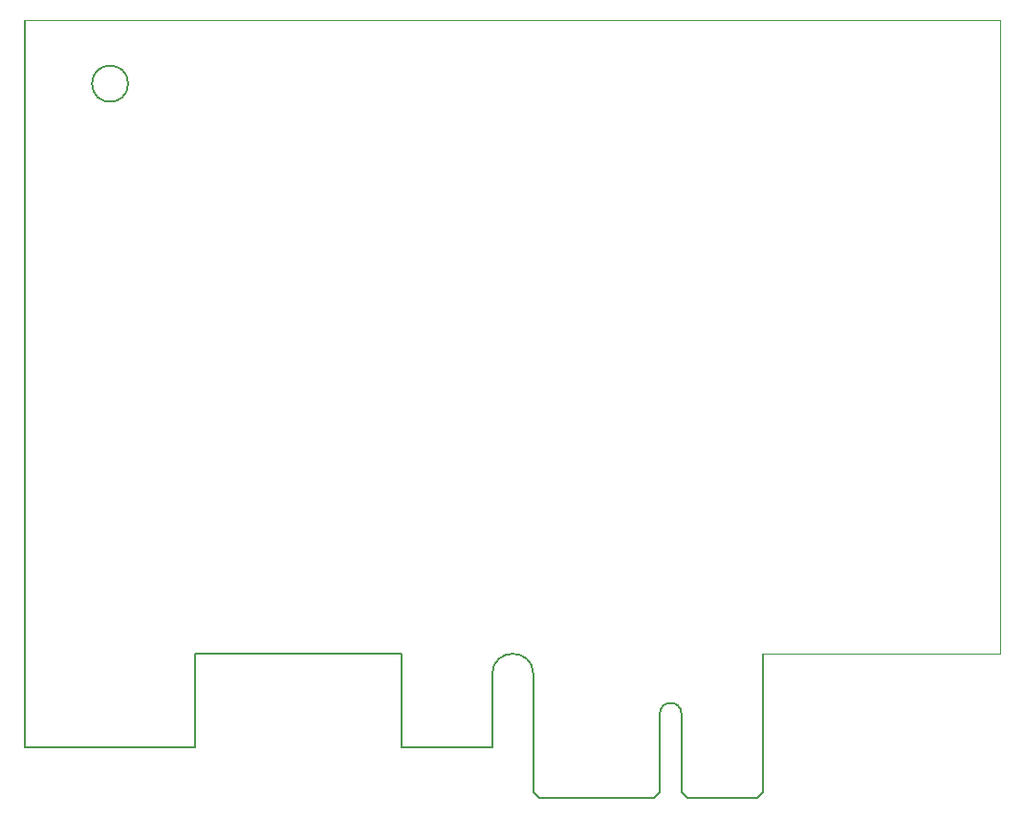
<source format=gm1>
G04 #@! TF.GenerationSoftware,KiCad,Pcbnew,7.0.10-7.0.10~ubuntu22.04.1*
G04 #@! TF.CreationDate,2024-01-14T22:21:32+01:00*
G04 #@! TF.ProjectId,pico-GPU,7069636f-2d47-4505-952e-6b696361645f,rev?*
G04 #@! TF.SameCoordinates,Original*
G04 #@! TF.FileFunction,Profile,NP*
%FSLAX46Y46*%
G04 Gerber Fmt 4.6, Leading zero omitted, Abs format (unit mm)*
G04 Created by KiCad (PCBNEW 7.0.10-7.0.10~ubuntu22.04.1) date 2024-01-14 22:21:32*
%MOMM*%
%LPD*%
G01*
G04 APERTURE LIST*
G04 #@! TA.AperFunction,Profile*
%ADD10C,0.150000*%
G04 #@! TD*
G04 #@! TA.AperFunction,Profile*
%ADD11C,0.050000*%
G04 #@! TD*
G04 APERTURE END LIST*
D10*
X122575000Y-186675000D02*
G75*
G03*
X120675000Y-186675000I-950000J0D01*
G01*
X73585000Y-130865000D02*
G75*
G03*
X70385000Y-130865000I-1600000J0D01*
G01*
X70385000Y-130865000D02*
G75*
G03*
X73585000Y-130865000I1600000J0D01*
G01*
X109475000Y-183200000D02*
X109475000Y-193625000D01*
X64475000Y-189625000D02*
X79475000Y-189625000D01*
X79475000Y-189625000D02*
X79475000Y-181375000D01*
X129775000Y-193625000D02*
X129275000Y-194125000D01*
D11*
X129775000Y-181375000D02*
X150765000Y-181375000D01*
D10*
X97825000Y-181375000D02*
X97825000Y-189625000D01*
X79475000Y-181375000D02*
X97825000Y-181375000D01*
D11*
X150765000Y-125235000D02*
X64475000Y-125235000D01*
D10*
X109975000Y-194125000D02*
X120175000Y-194125000D01*
X97825000Y-189625000D02*
X105825000Y-189625000D01*
D11*
X150765000Y-181375000D02*
X150765000Y-125235000D01*
D10*
X129775000Y-181375000D02*
X129775000Y-193625000D01*
X120675000Y-193625000D02*
X120675000Y-186675000D01*
X109475000Y-183200000D02*
G75*
G03*
X105825000Y-183200000I-1825000J0D01*
G01*
X122575000Y-193625000D02*
X123075000Y-194125000D01*
X64475000Y-125235000D02*
X64475000Y-189625000D01*
X109475000Y-193625000D02*
X109975000Y-194125000D01*
X105825000Y-189625000D02*
X105825000Y-183200000D01*
X120175000Y-194125000D02*
X120675000Y-193625000D01*
X129275000Y-194125000D02*
X123075000Y-194125000D01*
X122575000Y-186675000D02*
X122575000Y-193625000D01*
M02*

</source>
